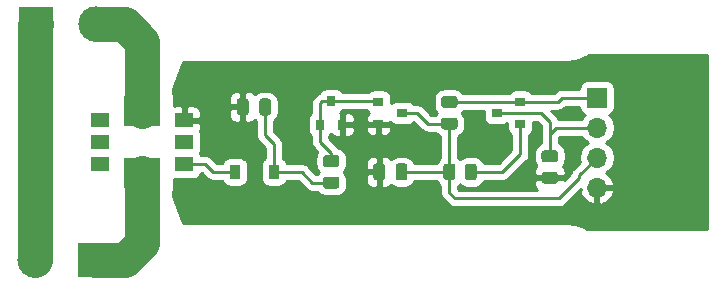
<source format=gbr>
%TF.GenerationSoftware,KiCad,Pcbnew,5.1.10-88a1d61d58~90~ubuntu21.04.1*%
%TF.CreationDate,2021-07-30T13:00:39+02:00*%
%TF.ProjectId,Detector_SMD_AD,44657465-6374-46f7-925f-534d445f4144,rev?*%
%TF.SameCoordinates,Original*%
%TF.FileFunction,Copper,L1,Top*%
%TF.FilePolarity,Positive*%
%FSLAX46Y46*%
G04 Gerber Fmt 4.6, Leading zero omitted, Abs format (unit mm)*
G04 Created by KiCad (PCBNEW 5.1.10-88a1d61d58~90~ubuntu21.04.1) date 2021-07-30 13:00:39*
%MOMM*%
%LPD*%
G01*
G04 APERTURE LIST*
%TA.AperFunction,SMDPad,CuDef*%
%ADD10R,0.900000X0.800000*%
%TD*%
%TA.AperFunction,SMDPad,CuDef*%
%ADD11R,0.800000X0.900000*%
%TD*%
%TA.AperFunction,ComponentPad*%
%ADD12O,1.700000X1.700000*%
%TD*%
%TA.AperFunction,ComponentPad*%
%ADD13R,1.700000X1.700000*%
%TD*%
%TA.AperFunction,ComponentPad*%
%ADD14C,3.000000*%
%TD*%
%TA.AperFunction,ComponentPad*%
%ADD15R,3.000000X3.000000*%
%TD*%
%TA.AperFunction,SMDPad,CuDef*%
%ADD16R,0.900000X1.200000*%
%TD*%
%TA.AperFunction,SMDPad,CuDef*%
%ADD17R,3.048000X2.540000*%
%TD*%
%TA.AperFunction,SMDPad,CuDef*%
%ADD18R,1.524000X1.270000*%
%TD*%
%TA.AperFunction,ViaPad*%
%ADD19C,0.800000*%
%TD*%
%TA.AperFunction,Conductor*%
%ADD20C,0.250000*%
%TD*%
%TA.AperFunction,Conductor*%
%ADD21C,3.000000*%
%TD*%
%TA.AperFunction,Conductor*%
%ADD22C,0.254000*%
%TD*%
%TA.AperFunction,Conductor*%
%ADD23C,0.100000*%
%TD*%
G04 APERTURE END LIST*
%TO.P,R4,2*%
%TO.N,/A_Out*%
%TA.AperFunction,SMDPad,CuDef*%
G36*
G01*
X87049998Y-47900000D02*
X87950002Y-47900000D01*
G75*
G02*
X88200000Y-48149998I0J-249998D01*
G01*
X88200000Y-48675002D01*
G75*
G02*
X87950002Y-48925000I-249998J0D01*
G01*
X87049998Y-48925000D01*
G75*
G02*
X86800000Y-48675002I0J249998D01*
G01*
X86800000Y-48149998D01*
G75*
G02*
X87049998Y-47900000I249998J0D01*
G01*
G37*
%TD.AperFunction*%
%TO.P,R4,1*%
%TO.N,+5V*%
%TA.AperFunction,SMDPad,CuDef*%
G36*
G01*
X87049998Y-46075000D02*
X87950002Y-46075000D01*
G75*
G02*
X88200000Y-46324998I0J-249998D01*
G01*
X88200000Y-46850002D01*
G75*
G02*
X87950002Y-47100000I-249998J0D01*
G01*
X87049998Y-47100000D01*
G75*
G02*
X86800000Y-46850002I0J249998D01*
G01*
X86800000Y-46324998D01*
G75*
G02*
X87049998Y-46075000I249998J0D01*
G01*
G37*
%TD.AperFunction*%
%TD*%
%TO.P,R3,2*%
%TO.N,GND*%
%TA.AperFunction,SMDPad,CuDef*%
G36*
G01*
X95549998Y-52487500D02*
X96450002Y-52487500D01*
G75*
G02*
X96700000Y-52737498I0J-249998D01*
G01*
X96700000Y-53262502D01*
G75*
G02*
X96450002Y-53512500I-249998J0D01*
G01*
X95549998Y-53512500D01*
G75*
G02*
X95300000Y-53262502I0J249998D01*
G01*
X95300000Y-52737498D01*
G75*
G02*
X95549998Y-52487500I249998J0D01*
G01*
G37*
%TD.AperFunction*%
%TO.P,R3,1*%
%TO.N,/D_Out*%
%TA.AperFunction,SMDPad,CuDef*%
G36*
G01*
X95549998Y-50662500D02*
X96450002Y-50662500D01*
G75*
G02*
X96700000Y-50912498I0J-249998D01*
G01*
X96700000Y-51437502D01*
G75*
G02*
X96450002Y-51687500I-249998J0D01*
G01*
X95549998Y-51687500D01*
G75*
G02*
X95300000Y-51437502I0J249998D01*
G01*
X95300000Y-50912498D01*
G75*
G02*
X95549998Y-50662500I249998J0D01*
G01*
G37*
%TD.AperFunction*%
%TD*%
%TO.P,R2,2*%
%TO.N,Net-(C1-Pad1)*%
%TA.AperFunction,SMDPad,CuDef*%
G36*
G01*
X77049998Y-52900000D02*
X77950002Y-52900000D01*
G75*
G02*
X78200000Y-53149998I0J-249998D01*
G01*
X78200000Y-53675002D01*
G75*
G02*
X77950002Y-53925000I-249998J0D01*
G01*
X77049998Y-53925000D01*
G75*
G02*
X76800000Y-53675002I0J249998D01*
G01*
X76800000Y-53149998D01*
G75*
G02*
X77049998Y-52900000I249998J0D01*
G01*
G37*
%TD.AperFunction*%
%TO.P,R2,1*%
%TO.N,Net-(Q2-Pad1)*%
%TA.AperFunction,SMDPad,CuDef*%
G36*
G01*
X77049998Y-51075000D02*
X77950002Y-51075000D01*
G75*
G02*
X78200000Y-51324998I0J-249998D01*
G01*
X78200000Y-51850002D01*
G75*
G02*
X77950002Y-52100000I-249998J0D01*
G01*
X77049998Y-52100000D01*
G75*
G02*
X76800000Y-51850002I0J249998D01*
G01*
X76800000Y-51324998D01*
G75*
G02*
X77049998Y-51075000I249998J0D01*
G01*
G37*
%TD.AperFunction*%
%TD*%
%TO.P,R1,2*%
%TO.N,/A_Out*%
%TA.AperFunction,SMDPad,CuDef*%
G36*
G01*
X88012500Y-52049998D02*
X88012500Y-52950002D01*
G75*
G02*
X87762502Y-53200000I-249998J0D01*
G01*
X87237498Y-53200000D01*
G75*
G02*
X86987500Y-52950002I0J249998D01*
G01*
X86987500Y-52049998D01*
G75*
G02*
X87237498Y-51800000I249998J0D01*
G01*
X87762502Y-51800000D01*
G75*
G02*
X88012500Y-52049998I0J-249998D01*
G01*
G37*
%TD.AperFunction*%
%TO.P,R1,1*%
%TO.N,Net-(Q1-Pad1)*%
%TA.AperFunction,SMDPad,CuDef*%
G36*
G01*
X89837500Y-52049998D02*
X89837500Y-52950002D01*
G75*
G02*
X89587502Y-53200000I-249998J0D01*
G01*
X89062498Y-53200000D01*
G75*
G02*
X88812500Y-52950002I0J249998D01*
G01*
X88812500Y-52049998D01*
G75*
G02*
X89062498Y-51800000I249998J0D01*
G01*
X89587502Y-51800000D01*
G75*
G02*
X89837500Y-52049998I0J-249998D01*
G01*
G37*
%TD.AperFunction*%
%TD*%
D10*
%TO.P,Q3,3*%
%TO.N,/A_Out*%
X83500000Y-47500000D03*
%TO.P,Q3,2*%
%TO.N,GND*%
X81500000Y-48450000D03*
%TO.P,Q3,1*%
%TO.N,Net-(Q2-Pad1)*%
X81500000Y-46550000D03*
%TD*%
D11*
%TO.P,Q2,3*%
%TO.N,Net-(Q2-Pad1)*%
X77500000Y-46500000D03*
%TO.P,Q2,2*%
%TO.N,GND*%
X78450000Y-48500000D03*
%TO.P,Q2,1*%
%TO.N,Net-(Q2-Pad1)*%
X76550000Y-48500000D03*
%TD*%
D10*
%TO.P,Q1,3*%
%TO.N,/D_Out*%
X91500000Y-47500000D03*
%TO.P,Q1,2*%
%TO.N,+5V*%
X93500000Y-46550000D03*
%TO.P,Q1,1*%
%TO.N,Net-(Q1-Pad1)*%
X93500000Y-48450000D03*
%TD*%
D12*
%TO.P,J3,4*%
%TO.N,GND*%
X100000000Y-53830000D03*
%TO.P,J3,3*%
%TO.N,/A_Out*%
X100000000Y-51290000D03*
%TO.P,J3,2*%
%TO.N,/D_Out*%
X100000000Y-48750000D03*
D13*
%TO.P,J3,1*%
%TO.N,+5V*%
X100000000Y-46210000D03*
%TD*%
%TO.P,C2,2*%
%TO.N,GND*%
%TA.AperFunction,SMDPad,CuDef*%
G36*
G01*
X82050000Y-52025000D02*
X82050000Y-52975000D01*
G75*
G02*
X81800000Y-53225000I-250000J0D01*
G01*
X81300000Y-53225000D01*
G75*
G02*
X81050000Y-52975000I0J250000D01*
G01*
X81050000Y-52025000D01*
G75*
G02*
X81300000Y-51775000I250000J0D01*
G01*
X81800000Y-51775000D01*
G75*
G02*
X82050000Y-52025000I0J-250000D01*
G01*
G37*
%TD.AperFunction*%
%TO.P,C2,1*%
%TO.N,/A_Out*%
%TA.AperFunction,SMDPad,CuDef*%
G36*
G01*
X83950000Y-52025000D02*
X83950000Y-52975000D01*
G75*
G02*
X83700000Y-53225000I-250000J0D01*
G01*
X83200000Y-53225000D01*
G75*
G02*
X82950000Y-52975000I0J250000D01*
G01*
X82950000Y-52025000D01*
G75*
G02*
X83200000Y-51775000I250000J0D01*
G01*
X83700000Y-51775000D01*
G75*
G02*
X83950000Y-52025000I0J-250000D01*
G01*
G37*
%TD.AperFunction*%
%TD*%
D14*
%TO.P,J2,2*%
%TO.N,/DCC_K_2*%
X57580000Y-40000000D03*
D15*
%TO.P,J2,1*%
%TO.N,/DCC_J*%
X52500000Y-40000000D03*
%TD*%
D14*
%TO.P,J1,2*%
%TO.N,/DCC_J*%
X52420000Y-60000000D03*
D15*
%TO.P,J1,1*%
%TO.N,/DCC_K_1*%
X57500000Y-60000000D03*
%TD*%
D16*
%TO.P,D1,2*%
%TO.N,Net-(CT1-Pad1)*%
X69350000Y-52500000D03*
%TO.P,D1,1*%
%TO.N,Net-(C1-Pad1)*%
X72650000Y-52500000D03*
%TD*%
D17*
%TO.P,CT1,8*%
%TO.N,/DCC_K_1*%
X61511199Y-52616200D03*
%TO.P,CT1,7*%
%TO.N,/DCC_K_2*%
X61511199Y-47383800D03*
D18*
%TO.P,CT1,6*%
%TO.N,N/C*%
X57955199Y-51854200D03*
%TO.P,CT1,5*%
X57955199Y-50000000D03*
%TO.P,CT1,4*%
X57955199Y-48145800D03*
%TO.P,CT1,3*%
%TO.N,GND*%
X65067199Y-48145800D03*
%TO.P,CT1,2*%
%TO.N,N/C*%
X65067199Y-50000000D03*
%TO.P,CT1,1*%
%TO.N,Net-(CT1-Pad1)*%
X65067199Y-51854200D03*
%TD*%
%TO.P,C1,2*%
%TO.N,GND*%
%TA.AperFunction,SMDPad,CuDef*%
G36*
G01*
X70500000Y-46525000D02*
X70500000Y-47475000D01*
G75*
G02*
X70250000Y-47725000I-250000J0D01*
G01*
X69750000Y-47725000D01*
G75*
G02*
X69500000Y-47475000I0J250000D01*
G01*
X69500000Y-46525000D01*
G75*
G02*
X69750000Y-46275000I250000J0D01*
G01*
X70250000Y-46275000D01*
G75*
G02*
X70500000Y-46525000I0J-250000D01*
G01*
G37*
%TD.AperFunction*%
%TO.P,C1,1*%
%TO.N,Net-(C1-Pad1)*%
%TA.AperFunction,SMDPad,CuDef*%
G36*
G01*
X72400000Y-46525000D02*
X72400000Y-47475000D01*
G75*
G02*
X72150000Y-47725000I-250000J0D01*
G01*
X71650000Y-47725000D01*
G75*
G02*
X71400000Y-47475000I0J250000D01*
G01*
X71400000Y-46525000D01*
G75*
G02*
X71650000Y-46275000I250000J0D01*
G01*
X72150000Y-46275000D01*
G75*
G02*
X72400000Y-46525000I0J-250000D01*
G01*
G37*
%TD.AperFunction*%
%TD*%
D19*
%TO.N,GND*%
X94000000Y-53000000D03*
X90000000Y-50000000D03*
X97790000Y-47625000D03*
%TD*%
D20*
%TO.N,Net-(C1-Pad1)*%
X71900000Y-47000000D02*
X71900000Y-49400000D01*
X72650000Y-50150000D02*
X72650000Y-52500000D01*
X71900000Y-49400000D02*
X72650000Y-50150000D01*
X75912500Y-53412500D02*
X77500000Y-53412500D01*
X75000000Y-52500000D02*
X75912500Y-53412500D01*
X72650000Y-52500000D02*
X75000000Y-52500000D01*
%TO.N,Net-(CT1-Pad1)*%
X65067199Y-51854200D02*
X66854200Y-51854200D01*
X67500000Y-52500000D02*
X69350000Y-52500000D01*
X66854200Y-51854200D02*
X67500000Y-52500000D01*
%TO.N,/A_Out*%
X83500000Y-47500000D02*
X84750000Y-47500000D01*
X85662500Y-48412500D02*
X87500000Y-48412500D01*
X84750000Y-47500000D02*
X85662500Y-48412500D01*
X87500000Y-48412500D02*
X87500000Y-52500000D01*
X87500000Y-52500000D02*
X83450000Y-52500000D01*
X87500000Y-54250000D02*
X87500000Y-52500000D01*
X88000000Y-54750000D02*
X87500000Y-54250000D01*
X98500000Y-53000000D02*
X96750000Y-54750000D01*
X98500000Y-52790000D02*
X98500000Y-53000000D01*
X96750000Y-54750000D02*
X88000000Y-54750000D01*
X100000000Y-51290000D02*
X98500000Y-52790000D01*
X100000000Y-51205000D02*
X100000000Y-51290000D01*
%TO.N,/D_Out*%
X91500000Y-47500000D02*
X95250000Y-47500000D01*
X95250000Y-47500000D02*
X96000000Y-48250000D01*
X96000000Y-49250000D02*
X96000000Y-51175000D01*
X96000000Y-48250000D02*
X96000000Y-49250000D01*
X96500000Y-48750000D02*
X96000000Y-49250000D01*
X99915000Y-48750000D02*
X96500000Y-48750000D01*
X100000000Y-48665000D02*
X99915000Y-48750000D01*
%TO.N,+5V*%
X93462500Y-46587500D02*
X93500000Y-46550000D01*
X87500000Y-46587500D02*
X93462500Y-46587500D01*
X99915000Y-46210000D02*
X100000000Y-46125000D01*
X97040000Y-46210000D02*
X99915000Y-46210000D01*
X96700000Y-46550000D02*
X97040000Y-46210000D01*
X93500000Y-46550000D02*
X96700000Y-46550000D01*
%TO.N,Net-(Q1-Pad1)*%
X89325000Y-52500000D02*
X92000000Y-52500000D01*
X93500000Y-51000000D02*
X93500000Y-48450000D01*
X92000000Y-52500000D02*
X93500000Y-51000000D01*
%TO.N,Net-(Q2-Pad1)*%
X77500000Y-50900000D02*
X77500000Y-51587500D01*
X76550000Y-49950000D02*
X77500000Y-50900000D01*
X76550000Y-48500000D02*
X76550000Y-49950000D01*
X76550000Y-48500000D02*
X76550000Y-46700000D01*
X76750000Y-46500000D02*
X77500000Y-46500000D01*
X76550000Y-46700000D02*
X76750000Y-46500000D01*
X81450000Y-46500000D02*
X81500000Y-46550000D01*
X77500000Y-46500000D02*
X81450000Y-46500000D01*
D21*
%TO.N,/DCC_K_1*%
X61511199Y-52616200D02*
X61511199Y-58488801D01*
X60000000Y-60000000D02*
X57500000Y-60000000D01*
X61511199Y-58488801D02*
X60000000Y-60000000D01*
%TO.N,/DCC_K_2*%
X61511199Y-47383800D02*
X61511199Y-41511199D01*
X60000000Y-40000000D02*
X57580000Y-40000000D01*
X61511199Y-41511199D02*
X60000000Y-40000000D01*
%TO.N,/DCC_J*%
X52420000Y-40080000D02*
X52500000Y-40000000D01*
X52420000Y-60000000D02*
X52420000Y-40080000D01*
%TD*%
D22*
%TO.N,GND*%
X109340000Y-57373000D02*
X99250603Y-57373000D01*
X99201437Y-57339334D01*
X99193331Y-57334952D01*
X98762527Y-57105890D01*
X98707233Y-57083099D01*
X98652240Y-57059529D01*
X98643437Y-57056804D01*
X98176347Y-56915781D01*
X98117653Y-56904159D01*
X98059156Y-56891725D01*
X98049991Y-56890762D01*
X97564405Y-56843150D01*
X97564402Y-56843150D01*
X97532419Y-56840000D01*
X65032419Y-56840000D01*
X65000000Y-56836807D01*
X64967581Y-56840000D01*
X64915578Y-56845122D01*
X64138199Y-54512986D01*
X64138199Y-54132491D01*
X64145892Y-54107131D01*
X64167652Y-53886200D01*
X64167652Y-53111049D01*
X64180717Y-53115012D01*
X64305199Y-53127272D01*
X65829199Y-53127272D01*
X65953681Y-53115012D01*
X66073379Y-53078702D01*
X66183693Y-53019737D01*
X66280384Y-52940385D01*
X66359736Y-52843694D01*
X66418701Y-52733380D01*
X66454854Y-52614200D01*
X66539399Y-52614200D01*
X66936200Y-53011002D01*
X66959999Y-53040001D01*
X66988997Y-53063799D01*
X67075723Y-53134974D01*
X67207753Y-53205546D01*
X67351014Y-53249003D01*
X67462667Y-53260000D01*
X67462676Y-53260000D01*
X67499999Y-53263676D01*
X67537322Y-53260000D01*
X68284962Y-53260000D01*
X68310498Y-53344180D01*
X68369463Y-53454494D01*
X68448815Y-53551185D01*
X68545506Y-53630537D01*
X68655820Y-53689502D01*
X68775518Y-53725812D01*
X68900000Y-53738072D01*
X69800000Y-53738072D01*
X69924482Y-53725812D01*
X70044180Y-53689502D01*
X70154494Y-53630537D01*
X70251185Y-53551185D01*
X70330537Y-53454494D01*
X70389502Y-53344180D01*
X70425812Y-53224482D01*
X70438072Y-53100000D01*
X70438072Y-51900000D01*
X70425812Y-51775518D01*
X70389502Y-51655820D01*
X70330537Y-51545506D01*
X70251185Y-51448815D01*
X70154494Y-51369463D01*
X70044180Y-51310498D01*
X69924482Y-51274188D01*
X69800000Y-51261928D01*
X68900000Y-51261928D01*
X68775518Y-51274188D01*
X68655820Y-51310498D01*
X68545506Y-51369463D01*
X68448815Y-51448815D01*
X68369463Y-51545506D01*
X68310498Y-51655820D01*
X68284962Y-51740000D01*
X67814802Y-51740000D01*
X67418003Y-51343202D01*
X67394201Y-51314199D01*
X67278476Y-51219226D01*
X67146447Y-51148654D01*
X67003186Y-51105197D01*
X66891533Y-51094200D01*
X66891522Y-51094200D01*
X66854200Y-51090524D01*
X66816878Y-51094200D01*
X66454854Y-51094200D01*
X66418701Y-50975020D01*
X66393087Y-50927100D01*
X66418701Y-50879180D01*
X66455011Y-50759482D01*
X66467271Y-50635000D01*
X66467271Y-49365000D01*
X66455011Y-49240518D01*
X66418701Y-49120820D01*
X66393087Y-49072900D01*
X66418701Y-49024980D01*
X66455011Y-48905282D01*
X66467271Y-48780800D01*
X66464199Y-48431550D01*
X66305449Y-48272800D01*
X65194199Y-48272800D01*
X65194199Y-48292800D01*
X64940199Y-48292800D01*
X64940199Y-48272800D01*
X64920199Y-48272800D01*
X64920199Y-48018800D01*
X64940199Y-48018800D01*
X64940199Y-47034550D01*
X65194199Y-47034550D01*
X65194199Y-48018800D01*
X66305449Y-48018800D01*
X66464199Y-47860050D01*
X66465386Y-47725000D01*
X68861928Y-47725000D01*
X68874188Y-47849482D01*
X68910498Y-47969180D01*
X68969463Y-48079494D01*
X69048815Y-48176185D01*
X69145506Y-48255537D01*
X69255820Y-48314502D01*
X69375518Y-48350812D01*
X69500000Y-48363072D01*
X69714250Y-48360000D01*
X69873000Y-48201250D01*
X69873000Y-47127000D01*
X69023750Y-47127000D01*
X68865000Y-47285750D01*
X68861928Y-47725000D01*
X66465386Y-47725000D01*
X66467271Y-47510800D01*
X66455011Y-47386318D01*
X66418701Y-47266620D01*
X66359736Y-47156306D01*
X66280384Y-47059615D01*
X66183693Y-46980263D01*
X66073379Y-46921298D01*
X65953681Y-46884988D01*
X65829199Y-46872728D01*
X65352949Y-46875800D01*
X65194199Y-47034550D01*
X64940199Y-47034550D01*
X64781449Y-46875800D01*
X64305199Y-46872728D01*
X64180717Y-46884988D01*
X64167652Y-46888951D01*
X64167652Y-46275000D01*
X68861928Y-46275000D01*
X68865000Y-46714250D01*
X69023750Y-46873000D01*
X69873000Y-46873000D01*
X69873000Y-45798750D01*
X70127000Y-45798750D01*
X70127000Y-46873000D01*
X70147000Y-46873000D01*
X70147000Y-47127000D01*
X70127000Y-47127000D01*
X70127000Y-48201250D01*
X70285750Y-48360000D01*
X70500000Y-48363072D01*
X70624482Y-48350812D01*
X70744180Y-48314502D01*
X70854494Y-48255537D01*
X70951185Y-48176185D01*
X71016658Y-48096406D01*
X71022038Y-48102962D01*
X71140000Y-48199771D01*
X71140001Y-49362668D01*
X71136324Y-49400000D01*
X71140001Y-49437333D01*
X71150998Y-49548986D01*
X71159993Y-49578639D01*
X71194454Y-49692246D01*
X71265026Y-49824276D01*
X71330024Y-49903475D01*
X71360000Y-49940001D01*
X71388998Y-49963799D01*
X71890000Y-50464802D01*
X71890001Y-51345680D01*
X71845506Y-51369463D01*
X71748815Y-51448815D01*
X71669463Y-51545506D01*
X71610498Y-51655820D01*
X71574188Y-51775518D01*
X71561928Y-51900000D01*
X71561928Y-53100000D01*
X71574188Y-53224482D01*
X71610498Y-53344180D01*
X71669463Y-53454494D01*
X71748815Y-53551185D01*
X71845506Y-53630537D01*
X71955820Y-53689502D01*
X72075518Y-53725812D01*
X72200000Y-53738072D01*
X73100000Y-53738072D01*
X73224482Y-53725812D01*
X73344180Y-53689502D01*
X73454494Y-53630537D01*
X73551185Y-53551185D01*
X73630537Y-53454494D01*
X73689502Y-53344180D01*
X73715038Y-53260000D01*
X74685199Y-53260000D01*
X75348701Y-53923503D01*
X75372499Y-53952501D01*
X75401497Y-53976299D01*
X75488223Y-54047474D01*
X75590237Y-54102002D01*
X75620253Y-54118046D01*
X75763514Y-54161503D01*
X75875167Y-54172500D01*
X75875177Y-54172500D01*
X75912500Y-54176176D01*
X75949823Y-54172500D01*
X76314970Y-54172500D01*
X76422038Y-54302962D01*
X76556613Y-54413405D01*
X76710148Y-54495472D01*
X76876744Y-54546008D01*
X77049998Y-54563072D01*
X77950002Y-54563072D01*
X78123256Y-54546008D01*
X78289852Y-54495472D01*
X78443387Y-54413405D01*
X78577962Y-54302962D01*
X78688405Y-54168387D01*
X78770472Y-54014852D01*
X78821008Y-53848256D01*
X78838072Y-53675002D01*
X78838072Y-53225000D01*
X80411928Y-53225000D01*
X80424188Y-53349482D01*
X80460498Y-53469180D01*
X80519463Y-53579494D01*
X80598815Y-53676185D01*
X80695506Y-53755537D01*
X80805820Y-53814502D01*
X80925518Y-53850812D01*
X81050000Y-53863072D01*
X81264250Y-53860000D01*
X81423000Y-53701250D01*
X81423000Y-52627000D01*
X80573750Y-52627000D01*
X80415000Y-52785750D01*
X80411928Y-53225000D01*
X78838072Y-53225000D01*
X78838072Y-53149998D01*
X78821008Y-52976744D01*
X78770472Y-52810148D01*
X78688405Y-52656613D01*
X78577962Y-52522038D01*
X78551109Y-52500000D01*
X78577962Y-52477962D01*
X78688405Y-52343387D01*
X78770472Y-52189852D01*
X78821008Y-52023256D01*
X78838072Y-51850002D01*
X78838072Y-51775000D01*
X80411928Y-51775000D01*
X80415000Y-52214250D01*
X80573750Y-52373000D01*
X81423000Y-52373000D01*
X81423000Y-51298750D01*
X81264250Y-51140000D01*
X81050000Y-51136928D01*
X80925518Y-51149188D01*
X80805820Y-51185498D01*
X80695506Y-51244463D01*
X80598815Y-51323815D01*
X80519463Y-51420506D01*
X80460498Y-51530820D01*
X80424188Y-51650518D01*
X80411928Y-51775000D01*
X78838072Y-51775000D01*
X78838072Y-51324998D01*
X78821008Y-51151744D01*
X78770472Y-50985148D01*
X78688405Y-50831613D01*
X78577962Y-50697038D01*
X78443387Y-50586595D01*
X78289852Y-50504528D01*
X78123256Y-50453992D01*
X78116602Y-50453337D01*
X78063799Y-50388997D01*
X78040001Y-50359999D01*
X78011004Y-50336202D01*
X77310000Y-49635199D01*
X77310000Y-49476018D01*
X77401185Y-49401185D01*
X77480537Y-49304494D01*
X77500000Y-49268082D01*
X77519463Y-49304494D01*
X77598815Y-49401185D01*
X77695506Y-49480537D01*
X77805820Y-49539502D01*
X77925518Y-49575812D01*
X78050000Y-49588072D01*
X78164250Y-49585000D01*
X78323000Y-49426250D01*
X78323000Y-48627000D01*
X78577000Y-48627000D01*
X78577000Y-49426250D01*
X78735750Y-49585000D01*
X78850000Y-49588072D01*
X78974482Y-49575812D01*
X79094180Y-49539502D01*
X79204494Y-49480537D01*
X79301185Y-49401185D01*
X79380537Y-49304494D01*
X79439502Y-49194180D01*
X79475812Y-49074482D01*
X79488072Y-48950000D01*
X79486202Y-48850000D01*
X80411928Y-48850000D01*
X80424188Y-48974482D01*
X80460498Y-49094180D01*
X80519463Y-49204494D01*
X80598815Y-49301185D01*
X80695506Y-49380537D01*
X80805820Y-49439502D01*
X80925518Y-49475812D01*
X81050000Y-49488072D01*
X81214250Y-49485000D01*
X81373000Y-49326250D01*
X81373000Y-48577000D01*
X81627000Y-48577000D01*
X81627000Y-49326250D01*
X81785750Y-49485000D01*
X81950000Y-49488072D01*
X82074482Y-49475812D01*
X82194180Y-49439502D01*
X82304494Y-49380537D01*
X82401185Y-49301185D01*
X82480537Y-49204494D01*
X82539502Y-49094180D01*
X82575812Y-48974482D01*
X82588072Y-48850000D01*
X82585000Y-48735750D01*
X82426250Y-48577000D01*
X81627000Y-48577000D01*
X81373000Y-48577000D01*
X80573750Y-48577000D01*
X80415000Y-48735750D01*
X80411928Y-48850000D01*
X79486202Y-48850000D01*
X79485000Y-48785750D01*
X79326250Y-48627000D01*
X78577000Y-48627000D01*
X78323000Y-48627000D01*
X78303000Y-48627000D01*
X78303000Y-48373000D01*
X78323000Y-48373000D01*
X78323000Y-47573750D01*
X78577000Y-47573750D01*
X78577000Y-48373000D01*
X79326250Y-48373000D01*
X79485000Y-48214250D01*
X79488072Y-48050000D01*
X79475812Y-47925518D01*
X79439502Y-47805820D01*
X79380537Y-47695506D01*
X79301185Y-47598815D01*
X79204494Y-47519463D01*
X79094180Y-47460498D01*
X78974482Y-47424188D01*
X78850000Y-47411928D01*
X78735750Y-47415000D01*
X78577000Y-47573750D01*
X78323000Y-47573750D01*
X78238393Y-47489143D01*
X78254494Y-47480537D01*
X78351185Y-47401185D01*
X78430537Y-47304494D01*
X78454320Y-47260000D01*
X80495680Y-47260000D01*
X80519463Y-47304494D01*
X80598815Y-47401185D01*
X80695506Y-47480537D01*
X80731918Y-47500000D01*
X80695506Y-47519463D01*
X80598815Y-47598815D01*
X80519463Y-47695506D01*
X80460498Y-47805820D01*
X80424188Y-47925518D01*
X80411928Y-48050000D01*
X80415000Y-48164250D01*
X80573750Y-48323000D01*
X81373000Y-48323000D01*
X81373000Y-48303000D01*
X81627000Y-48303000D01*
X81627000Y-48323000D01*
X82426250Y-48323000D01*
X82510857Y-48238393D01*
X82519463Y-48254494D01*
X82598815Y-48351185D01*
X82695506Y-48430537D01*
X82805820Y-48489502D01*
X82925518Y-48525812D01*
X83050000Y-48538072D01*
X83950000Y-48538072D01*
X84074482Y-48525812D01*
X84194180Y-48489502D01*
X84304494Y-48430537D01*
X84401185Y-48351185D01*
X84457619Y-48282420D01*
X85098701Y-48923503D01*
X85122499Y-48952501D01*
X85151497Y-48976299D01*
X85238223Y-49047474D01*
X85350998Y-49107754D01*
X85370253Y-49118046D01*
X85513514Y-49161503D01*
X85625167Y-49172500D01*
X85625177Y-49172500D01*
X85662500Y-49176176D01*
X85699823Y-49172500D01*
X86314970Y-49172500D01*
X86422038Y-49302962D01*
X86556613Y-49413405D01*
X86710148Y-49495472D01*
X86740000Y-49504528D01*
X86740001Y-51314970D01*
X86609538Y-51422038D01*
X86499095Y-51556613D01*
X86417028Y-51710148D01*
X86407973Y-51740000D01*
X84537110Y-51740000D01*
X84520472Y-51685150D01*
X84438405Y-51531614D01*
X84327962Y-51397038D01*
X84193386Y-51286595D01*
X84039850Y-51204528D01*
X83873254Y-51153992D01*
X83700000Y-51136928D01*
X83200000Y-51136928D01*
X83026746Y-51153992D01*
X82860150Y-51204528D01*
X82706614Y-51286595D01*
X82572038Y-51397038D01*
X82566658Y-51403594D01*
X82501185Y-51323815D01*
X82404494Y-51244463D01*
X82294180Y-51185498D01*
X82174482Y-51149188D01*
X82050000Y-51136928D01*
X81835750Y-51140000D01*
X81677000Y-51298750D01*
X81677000Y-52373000D01*
X81697000Y-52373000D01*
X81697000Y-52627000D01*
X81677000Y-52627000D01*
X81677000Y-53701250D01*
X81835750Y-53860000D01*
X82050000Y-53863072D01*
X82174482Y-53850812D01*
X82294180Y-53814502D01*
X82404494Y-53755537D01*
X82501185Y-53676185D01*
X82566658Y-53596406D01*
X82572038Y-53602962D01*
X82706614Y-53713405D01*
X82860150Y-53795472D01*
X83026746Y-53846008D01*
X83200000Y-53863072D01*
X83700000Y-53863072D01*
X83873254Y-53846008D01*
X84039850Y-53795472D01*
X84193386Y-53713405D01*
X84327962Y-53602962D01*
X84438405Y-53468386D01*
X84520472Y-53314850D01*
X84537110Y-53260000D01*
X86407973Y-53260000D01*
X86417028Y-53289852D01*
X86499095Y-53443387D01*
X86609538Y-53577962D01*
X86740000Y-53685030D01*
X86740000Y-54212677D01*
X86736324Y-54250000D01*
X86740000Y-54287322D01*
X86740000Y-54287332D01*
X86750997Y-54398985D01*
X86794454Y-54542246D01*
X86865026Y-54674276D01*
X86875440Y-54686965D01*
X86959999Y-54790001D01*
X86989003Y-54813804D01*
X87436196Y-55260997D01*
X87459999Y-55290001D01*
X87575724Y-55384974D01*
X87707753Y-55455546D01*
X87851014Y-55499003D01*
X87962667Y-55510000D01*
X87962675Y-55510000D01*
X88000000Y-55513676D01*
X88037325Y-55510000D01*
X96712678Y-55510000D01*
X96750000Y-55513676D01*
X96787322Y-55510000D01*
X96787333Y-55510000D01*
X96898986Y-55499003D01*
X97042247Y-55455546D01*
X97174276Y-55384974D01*
X97290001Y-55290001D01*
X97313804Y-55260997D01*
X98617800Y-53957002D01*
X98679844Y-53957002D01*
X98558524Y-54186890D01*
X98603175Y-54334099D01*
X98728359Y-54596920D01*
X98902412Y-54830269D01*
X99118645Y-55025178D01*
X99368748Y-55174157D01*
X99643109Y-55271481D01*
X99873000Y-55150814D01*
X99873000Y-53957000D01*
X100127000Y-53957000D01*
X100127000Y-55150814D01*
X100356891Y-55271481D01*
X100631252Y-55174157D01*
X100881355Y-55025178D01*
X101097588Y-54830269D01*
X101271641Y-54596920D01*
X101396825Y-54334099D01*
X101441476Y-54186890D01*
X101320155Y-53957000D01*
X100127000Y-53957000D01*
X99873000Y-53957000D01*
X99853000Y-53957000D01*
X99853000Y-53703000D01*
X99873000Y-53703000D01*
X99873000Y-53683000D01*
X100127000Y-53683000D01*
X100127000Y-53703000D01*
X101320155Y-53703000D01*
X101441476Y-53473110D01*
X101396825Y-53325901D01*
X101271641Y-53063080D01*
X101097588Y-52829731D01*
X100881355Y-52634822D01*
X100764466Y-52565195D01*
X100946632Y-52443475D01*
X101153475Y-52236632D01*
X101315990Y-51993411D01*
X101427932Y-51723158D01*
X101485000Y-51436260D01*
X101485000Y-51143740D01*
X101427932Y-50856842D01*
X101315990Y-50586589D01*
X101153475Y-50343368D01*
X100946632Y-50136525D01*
X100772240Y-50020000D01*
X100946632Y-49903475D01*
X101153475Y-49696632D01*
X101315990Y-49453411D01*
X101427932Y-49183158D01*
X101485000Y-48896260D01*
X101485000Y-48603740D01*
X101427932Y-48316842D01*
X101315990Y-48046589D01*
X101153475Y-47803368D01*
X101021620Y-47671513D01*
X101094180Y-47649502D01*
X101204494Y-47590537D01*
X101301185Y-47511185D01*
X101380537Y-47414494D01*
X101439502Y-47304180D01*
X101475812Y-47184482D01*
X101488072Y-47060000D01*
X101488072Y-45360000D01*
X101475812Y-45235518D01*
X101439502Y-45115820D01*
X101380537Y-45005506D01*
X101301185Y-44908815D01*
X101204494Y-44829463D01*
X101094180Y-44770498D01*
X100974482Y-44734188D01*
X100850000Y-44721928D01*
X99150000Y-44721928D01*
X99025518Y-44734188D01*
X98905820Y-44770498D01*
X98795506Y-44829463D01*
X98698815Y-44908815D01*
X98619463Y-45005506D01*
X98560498Y-45115820D01*
X98524188Y-45235518D01*
X98511928Y-45360000D01*
X98511928Y-45450000D01*
X97077333Y-45450000D01*
X97040000Y-45446323D01*
X97002667Y-45450000D01*
X96891014Y-45460997D01*
X96747753Y-45504454D01*
X96615724Y-45575026D01*
X96499999Y-45669999D01*
X96476196Y-45699003D01*
X96385199Y-45790000D01*
X94476018Y-45790000D01*
X94401185Y-45698815D01*
X94304494Y-45619463D01*
X94194180Y-45560498D01*
X94074482Y-45524188D01*
X93950000Y-45511928D01*
X93050000Y-45511928D01*
X92925518Y-45524188D01*
X92805820Y-45560498D01*
X92695506Y-45619463D01*
X92598815Y-45698815D01*
X92519463Y-45795506D01*
X92502362Y-45827500D01*
X88685030Y-45827500D01*
X88577962Y-45697038D01*
X88443387Y-45586595D01*
X88289852Y-45504528D01*
X88123256Y-45453992D01*
X87950002Y-45436928D01*
X87049998Y-45436928D01*
X86876744Y-45453992D01*
X86710148Y-45504528D01*
X86556613Y-45586595D01*
X86422038Y-45697038D01*
X86311595Y-45831613D01*
X86229528Y-45985148D01*
X86178992Y-46151744D01*
X86161928Y-46324998D01*
X86161928Y-46850002D01*
X86178992Y-47023256D01*
X86229528Y-47189852D01*
X86311595Y-47343387D01*
X86422038Y-47477962D01*
X86448891Y-47500000D01*
X86422038Y-47522038D01*
X86314970Y-47652500D01*
X85977302Y-47652500D01*
X85313803Y-46989002D01*
X85290001Y-46959999D01*
X85174276Y-46865026D01*
X85042247Y-46794454D01*
X84898986Y-46750997D01*
X84787333Y-46740000D01*
X84787322Y-46740000D01*
X84750000Y-46736324D01*
X84712678Y-46740000D01*
X84476018Y-46740000D01*
X84401185Y-46648815D01*
X84304494Y-46569463D01*
X84194180Y-46510498D01*
X84074482Y-46474188D01*
X83950000Y-46461928D01*
X83050000Y-46461928D01*
X82925518Y-46474188D01*
X82805820Y-46510498D01*
X82695506Y-46569463D01*
X82598815Y-46648815D01*
X82588072Y-46661905D01*
X82588072Y-46150000D01*
X82575812Y-46025518D01*
X82539502Y-45905820D01*
X82480537Y-45795506D01*
X82401185Y-45698815D01*
X82304494Y-45619463D01*
X82194180Y-45560498D01*
X82074482Y-45524188D01*
X81950000Y-45511928D01*
X81050000Y-45511928D01*
X80925518Y-45524188D01*
X80805820Y-45560498D01*
X80695506Y-45619463D01*
X80598815Y-45698815D01*
X80565015Y-45740000D01*
X78454320Y-45740000D01*
X78430537Y-45695506D01*
X78351185Y-45598815D01*
X78254494Y-45519463D01*
X78144180Y-45460498D01*
X78024482Y-45424188D01*
X77900000Y-45411928D01*
X77100000Y-45411928D01*
X76975518Y-45424188D01*
X76855820Y-45460498D01*
X76745506Y-45519463D01*
X76648815Y-45598815D01*
X76569463Y-45695506D01*
X76527956Y-45773158D01*
X76457753Y-45794454D01*
X76325724Y-45865026D01*
X76209999Y-45959999D01*
X76186196Y-45989003D01*
X76038998Y-46136201D01*
X76010000Y-46159999D01*
X75986202Y-46188997D01*
X75986201Y-46188998D01*
X75915026Y-46275724D01*
X75844454Y-46407754D01*
X75816473Y-46500000D01*
X75800998Y-46551014D01*
X75790001Y-46662667D01*
X75786324Y-46700000D01*
X75790001Y-46737332D01*
X75790001Y-47523981D01*
X75698815Y-47598815D01*
X75619463Y-47695506D01*
X75560498Y-47805820D01*
X75524188Y-47925518D01*
X75511928Y-48050000D01*
X75511928Y-48950000D01*
X75524188Y-49074482D01*
X75560498Y-49194180D01*
X75619463Y-49304494D01*
X75698815Y-49401185D01*
X75790001Y-49476019D01*
X75790001Y-49912668D01*
X75786324Y-49950000D01*
X75790001Y-49987333D01*
X75800998Y-50098986D01*
X75812324Y-50136323D01*
X75844454Y-50242246D01*
X75915026Y-50374276D01*
X75985379Y-50460000D01*
X76010000Y-50490001D01*
X76038998Y-50513799D01*
X76331977Y-50806778D01*
X76311595Y-50831613D01*
X76229528Y-50985148D01*
X76178992Y-51151744D01*
X76161928Y-51324998D01*
X76161928Y-51850002D01*
X76178992Y-52023256D01*
X76229528Y-52189852D01*
X76311595Y-52343387D01*
X76422038Y-52477962D01*
X76448891Y-52500000D01*
X76422038Y-52522038D01*
X76314970Y-52652500D01*
X76227302Y-52652500D01*
X75563803Y-51989002D01*
X75540001Y-51959999D01*
X75424276Y-51865026D01*
X75292247Y-51794454D01*
X75148986Y-51750997D01*
X75037333Y-51740000D01*
X75037322Y-51740000D01*
X75000000Y-51736324D01*
X74962678Y-51740000D01*
X73715038Y-51740000D01*
X73689502Y-51655820D01*
X73630537Y-51545506D01*
X73551185Y-51448815D01*
X73454494Y-51369463D01*
X73410000Y-51345680D01*
X73410000Y-50187322D01*
X73413676Y-50149999D01*
X73410000Y-50112676D01*
X73410000Y-50112667D01*
X73399003Y-50001014D01*
X73355546Y-49857753D01*
X73284974Y-49725724D01*
X73190001Y-49609999D01*
X73161004Y-49586202D01*
X72660000Y-49085199D01*
X72660000Y-48199770D01*
X72777962Y-48102962D01*
X72888405Y-47968386D01*
X72970472Y-47814850D01*
X73021008Y-47648254D01*
X73038072Y-47475000D01*
X73038072Y-46525000D01*
X73021008Y-46351746D01*
X72970472Y-46185150D01*
X72888405Y-46031614D01*
X72777962Y-45897038D01*
X72643386Y-45786595D01*
X72489850Y-45704528D01*
X72323254Y-45653992D01*
X72150000Y-45636928D01*
X71650000Y-45636928D01*
X71476746Y-45653992D01*
X71310150Y-45704528D01*
X71156614Y-45786595D01*
X71022038Y-45897038D01*
X71016658Y-45903594D01*
X70951185Y-45823815D01*
X70854494Y-45744463D01*
X70744180Y-45685498D01*
X70624482Y-45649188D01*
X70500000Y-45636928D01*
X70285750Y-45640000D01*
X70127000Y-45798750D01*
X69873000Y-45798750D01*
X69714250Y-45640000D01*
X69500000Y-45636928D01*
X69375518Y-45649188D01*
X69255820Y-45685498D01*
X69145506Y-45744463D01*
X69048815Y-45823815D01*
X68969463Y-45920506D01*
X68910498Y-46030820D01*
X68874188Y-46150518D01*
X68861928Y-46275000D01*
X64167652Y-46275000D01*
X64167652Y-46113800D01*
X64145892Y-45892869D01*
X64138199Y-45867509D01*
X64138199Y-45487014D01*
X64915578Y-43154878D01*
X65000000Y-43163193D01*
X65032419Y-43160000D01*
X97532419Y-43160000D01*
X97561718Y-43157114D01*
X97577271Y-43157223D01*
X97586442Y-43156323D01*
X98071684Y-43105322D01*
X98130247Y-43093301D01*
X98189040Y-43082086D01*
X98197862Y-43079422D01*
X98663956Y-42935142D01*
X98719086Y-42911967D01*
X98774565Y-42889553D01*
X98782701Y-42885226D01*
X99211894Y-42653162D01*
X99250681Y-42627000D01*
X109340001Y-42627000D01*
X109340000Y-57373000D01*
%TA.AperFunction,Conductor*%
D23*
G36*
X109340000Y-57373000D02*
G01*
X99250603Y-57373000D01*
X99201437Y-57339334D01*
X99193331Y-57334952D01*
X98762527Y-57105890D01*
X98707233Y-57083099D01*
X98652240Y-57059529D01*
X98643437Y-57056804D01*
X98176347Y-56915781D01*
X98117653Y-56904159D01*
X98059156Y-56891725D01*
X98049991Y-56890762D01*
X97564405Y-56843150D01*
X97564402Y-56843150D01*
X97532419Y-56840000D01*
X65032419Y-56840000D01*
X65000000Y-56836807D01*
X64967581Y-56840000D01*
X64915578Y-56845122D01*
X64138199Y-54512986D01*
X64138199Y-54132491D01*
X64145892Y-54107131D01*
X64167652Y-53886200D01*
X64167652Y-53111049D01*
X64180717Y-53115012D01*
X64305199Y-53127272D01*
X65829199Y-53127272D01*
X65953681Y-53115012D01*
X66073379Y-53078702D01*
X66183693Y-53019737D01*
X66280384Y-52940385D01*
X66359736Y-52843694D01*
X66418701Y-52733380D01*
X66454854Y-52614200D01*
X66539399Y-52614200D01*
X66936200Y-53011002D01*
X66959999Y-53040001D01*
X66988997Y-53063799D01*
X67075723Y-53134974D01*
X67207753Y-53205546D01*
X67351014Y-53249003D01*
X67462667Y-53260000D01*
X67462676Y-53260000D01*
X67499999Y-53263676D01*
X67537322Y-53260000D01*
X68284962Y-53260000D01*
X68310498Y-53344180D01*
X68369463Y-53454494D01*
X68448815Y-53551185D01*
X68545506Y-53630537D01*
X68655820Y-53689502D01*
X68775518Y-53725812D01*
X68900000Y-53738072D01*
X69800000Y-53738072D01*
X69924482Y-53725812D01*
X70044180Y-53689502D01*
X70154494Y-53630537D01*
X70251185Y-53551185D01*
X70330537Y-53454494D01*
X70389502Y-53344180D01*
X70425812Y-53224482D01*
X70438072Y-53100000D01*
X70438072Y-51900000D01*
X70425812Y-51775518D01*
X70389502Y-51655820D01*
X70330537Y-51545506D01*
X70251185Y-51448815D01*
X70154494Y-51369463D01*
X70044180Y-51310498D01*
X69924482Y-51274188D01*
X69800000Y-51261928D01*
X68900000Y-51261928D01*
X68775518Y-51274188D01*
X68655820Y-51310498D01*
X68545506Y-51369463D01*
X68448815Y-51448815D01*
X68369463Y-51545506D01*
X68310498Y-51655820D01*
X68284962Y-51740000D01*
X67814802Y-51740000D01*
X67418003Y-51343202D01*
X67394201Y-51314199D01*
X67278476Y-51219226D01*
X67146447Y-51148654D01*
X67003186Y-51105197D01*
X66891533Y-51094200D01*
X66891522Y-51094200D01*
X66854200Y-51090524D01*
X66816878Y-51094200D01*
X66454854Y-51094200D01*
X66418701Y-50975020D01*
X66393087Y-50927100D01*
X66418701Y-50879180D01*
X66455011Y-50759482D01*
X66467271Y-50635000D01*
X66467271Y-49365000D01*
X66455011Y-49240518D01*
X66418701Y-49120820D01*
X66393087Y-49072900D01*
X66418701Y-49024980D01*
X66455011Y-48905282D01*
X66467271Y-48780800D01*
X66464199Y-48431550D01*
X66305449Y-48272800D01*
X65194199Y-48272800D01*
X65194199Y-48292800D01*
X64940199Y-48292800D01*
X64940199Y-48272800D01*
X64920199Y-48272800D01*
X64920199Y-48018800D01*
X64940199Y-48018800D01*
X64940199Y-47034550D01*
X65194199Y-47034550D01*
X65194199Y-48018800D01*
X66305449Y-48018800D01*
X66464199Y-47860050D01*
X66465386Y-47725000D01*
X68861928Y-47725000D01*
X68874188Y-47849482D01*
X68910498Y-47969180D01*
X68969463Y-48079494D01*
X69048815Y-48176185D01*
X69145506Y-48255537D01*
X69255820Y-48314502D01*
X69375518Y-48350812D01*
X69500000Y-48363072D01*
X69714250Y-48360000D01*
X69873000Y-48201250D01*
X69873000Y-47127000D01*
X69023750Y-47127000D01*
X68865000Y-47285750D01*
X68861928Y-47725000D01*
X66465386Y-47725000D01*
X66467271Y-47510800D01*
X66455011Y-47386318D01*
X66418701Y-47266620D01*
X66359736Y-47156306D01*
X66280384Y-47059615D01*
X66183693Y-46980263D01*
X66073379Y-46921298D01*
X65953681Y-46884988D01*
X65829199Y-46872728D01*
X65352949Y-46875800D01*
X65194199Y-47034550D01*
X64940199Y-47034550D01*
X64781449Y-46875800D01*
X64305199Y-46872728D01*
X64180717Y-46884988D01*
X64167652Y-46888951D01*
X64167652Y-46275000D01*
X68861928Y-46275000D01*
X68865000Y-46714250D01*
X69023750Y-46873000D01*
X69873000Y-46873000D01*
X69873000Y-45798750D01*
X70127000Y-45798750D01*
X70127000Y-46873000D01*
X70147000Y-46873000D01*
X70147000Y-47127000D01*
X70127000Y-47127000D01*
X70127000Y-48201250D01*
X70285750Y-48360000D01*
X70500000Y-48363072D01*
X70624482Y-48350812D01*
X70744180Y-48314502D01*
X70854494Y-48255537D01*
X70951185Y-48176185D01*
X71016658Y-48096406D01*
X71022038Y-48102962D01*
X71140000Y-48199771D01*
X71140001Y-49362668D01*
X71136324Y-49400000D01*
X71140001Y-49437333D01*
X71150998Y-49548986D01*
X71159993Y-49578639D01*
X71194454Y-49692246D01*
X71265026Y-49824276D01*
X71330024Y-49903475D01*
X71360000Y-49940001D01*
X71388998Y-49963799D01*
X71890000Y-50464802D01*
X71890001Y-51345680D01*
X71845506Y-51369463D01*
X71748815Y-51448815D01*
X71669463Y-51545506D01*
X71610498Y-51655820D01*
X71574188Y-51775518D01*
X71561928Y-51900000D01*
X71561928Y-53100000D01*
X71574188Y-53224482D01*
X71610498Y-53344180D01*
X71669463Y-53454494D01*
X71748815Y-53551185D01*
X71845506Y-53630537D01*
X71955820Y-53689502D01*
X72075518Y-53725812D01*
X72200000Y-53738072D01*
X73100000Y-53738072D01*
X73224482Y-53725812D01*
X73344180Y-53689502D01*
X73454494Y-53630537D01*
X73551185Y-53551185D01*
X73630537Y-53454494D01*
X73689502Y-53344180D01*
X73715038Y-53260000D01*
X74685199Y-53260000D01*
X75348701Y-53923503D01*
X75372499Y-53952501D01*
X75401497Y-53976299D01*
X75488223Y-54047474D01*
X75590237Y-54102002D01*
X75620253Y-54118046D01*
X75763514Y-54161503D01*
X75875167Y-54172500D01*
X75875177Y-54172500D01*
X75912500Y-54176176D01*
X75949823Y-54172500D01*
X76314970Y-54172500D01*
X76422038Y-54302962D01*
X76556613Y-54413405D01*
X76710148Y-54495472D01*
X76876744Y-54546008D01*
X77049998Y-54563072D01*
X77950002Y-54563072D01*
X78123256Y-54546008D01*
X78289852Y-54495472D01*
X78443387Y-54413405D01*
X78577962Y-54302962D01*
X78688405Y-54168387D01*
X78770472Y-54014852D01*
X78821008Y-53848256D01*
X78838072Y-53675002D01*
X78838072Y-53225000D01*
X80411928Y-53225000D01*
X80424188Y-53349482D01*
X80460498Y-53469180D01*
X80519463Y-53579494D01*
X80598815Y-53676185D01*
X80695506Y-53755537D01*
X80805820Y-53814502D01*
X80925518Y-53850812D01*
X81050000Y-53863072D01*
X81264250Y-53860000D01*
X81423000Y-53701250D01*
X81423000Y-52627000D01*
X80573750Y-52627000D01*
X80415000Y-52785750D01*
X80411928Y-53225000D01*
X78838072Y-53225000D01*
X78838072Y-53149998D01*
X78821008Y-52976744D01*
X78770472Y-52810148D01*
X78688405Y-52656613D01*
X78577962Y-52522038D01*
X78551109Y-52500000D01*
X78577962Y-52477962D01*
X78688405Y-52343387D01*
X78770472Y-52189852D01*
X78821008Y-52023256D01*
X78838072Y-51850002D01*
X78838072Y-51775000D01*
X80411928Y-51775000D01*
X80415000Y-52214250D01*
X80573750Y-52373000D01*
X81423000Y-52373000D01*
X81423000Y-51298750D01*
X81264250Y-51140000D01*
X81050000Y-51136928D01*
X80925518Y-51149188D01*
X80805820Y-51185498D01*
X80695506Y-51244463D01*
X80598815Y-51323815D01*
X80519463Y-51420506D01*
X80460498Y-51530820D01*
X80424188Y-51650518D01*
X80411928Y-51775000D01*
X78838072Y-51775000D01*
X78838072Y-51324998D01*
X78821008Y-51151744D01*
X78770472Y-50985148D01*
X78688405Y-50831613D01*
X78577962Y-50697038D01*
X78443387Y-50586595D01*
X78289852Y-50504528D01*
X78123256Y-50453992D01*
X78116602Y-50453337D01*
X78063799Y-50388997D01*
X78040001Y-50359999D01*
X78011004Y-50336202D01*
X77310000Y-49635199D01*
X77310000Y-49476018D01*
X77401185Y-49401185D01*
X77480537Y-49304494D01*
X77500000Y-49268082D01*
X77519463Y-49304494D01*
X77598815Y-49401185D01*
X77695506Y-49480537D01*
X77805820Y-49539502D01*
X77925518Y-49575812D01*
X78050000Y-49588072D01*
X78164250Y-49585000D01*
X78323000Y-49426250D01*
X78323000Y-48627000D01*
X78577000Y-48627000D01*
X78577000Y-49426250D01*
X78735750Y-49585000D01*
X78850000Y-49588072D01*
X78974482Y-49575812D01*
X79094180Y-49539502D01*
X79204494Y-49480537D01*
X79301185Y-49401185D01*
X79380537Y-49304494D01*
X79439502Y-49194180D01*
X79475812Y-49074482D01*
X79488072Y-48950000D01*
X79486202Y-48850000D01*
X80411928Y-48850000D01*
X80424188Y-48974482D01*
X80460498Y-49094180D01*
X80519463Y-49204494D01*
X80598815Y-49301185D01*
X80695506Y-49380537D01*
X80805820Y-49439502D01*
X80925518Y-49475812D01*
X81050000Y-49488072D01*
X81214250Y-49485000D01*
X81373000Y-49326250D01*
X81373000Y-48577000D01*
X81627000Y-48577000D01*
X81627000Y-49326250D01*
X81785750Y-49485000D01*
X81950000Y-49488072D01*
X82074482Y-49475812D01*
X82194180Y-49439502D01*
X82304494Y-49380537D01*
X82401185Y-49301185D01*
X82480537Y-49204494D01*
X82539502Y-49094180D01*
X82575812Y-48974482D01*
X82588072Y-48850000D01*
X82585000Y-48735750D01*
X82426250Y-48577000D01*
X81627000Y-48577000D01*
X81373000Y-48577000D01*
X80573750Y-48577000D01*
X80415000Y-48735750D01*
X80411928Y-48850000D01*
X79486202Y-48850000D01*
X79485000Y-48785750D01*
X79326250Y-48627000D01*
X78577000Y-48627000D01*
X78323000Y-48627000D01*
X78303000Y-48627000D01*
X78303000Y-48373000D01*
X78323000Y-48373000D01*
X78323000Y-47573750D01*
X78577000Y-47573750D01*
X78577000Y-48373000D01*
X79326250Y-48373000D01*
X79485000Y-48214250D01*
X79488072Y-48050000D01*
X79475812Y-47925518D01*
X79439502Y-47805820D01*
X79380537Y-47695506D01*
X79301185Y-47598815D01*
X79204494Y-47519463D01*
X79094180Y-47460498D01*
X78974482Y-47424188D01*
X78850000Y-47411928D01*
X78735750Y-47415000D01*
X78577000Y-47573750D01*
X78323000Y-47573750D01*
X78238393Y-47489143D01*
X78254494Y-47480537D01*
X78351185Y-47401185D01*
X78430537Y-47304494D01*
X78454320Y-47260000D01*
X80495680Y-47260000D01*
X80519463Y-47304494D01*
X80598815Y-47401185D01*
X80695506Y-47480537D01*
X80731918Y-47500000D01*
X80695506Y-47519463D01*
X80598815Y-47598815D01*
X80519463Y-47695506D01*
X80460498Y-47805820D01*
X80424188Y-47925518D01*
X80411928Y-48050000D01*
X80415000Y-48164250D01*
X80573750Y-48323000D01*
X81373000Y-48323000D01*
X81373000Y-48303000D01*
X81627000Y-48303000D01*
X81627000Y-48323000D01*
X82426250Y-48323000D01*
X82510857Y-48238393D01*
X82519463Y-48254494D01*
X82598815Y-48351185D01*
X82695506Y-48430537D01*
X82805820Y-48489502D01*
X82925518Y-48525812D01*
X83050000Y-48538072D01*
X83950000Y-48538072D01*
X84074482Y-48525812D01*
X84194180Y-48489502D01*
X84304494Y-48430537D01*
X84401185Y-48351185D01*
X84457619Y-48282420D01*
X85098701Y-48923503D01*
X85122499Y-48952501D01*
X85151497Y-48976299D01*
X85238223Y-49047474D01*
X85350998Y-49107754D01*
X85370253Y-49118046D01*
X85513514Y-49161503D01*
X85625167Y-49172500D01*
X85625177Y-49172500D01*
X85662500Y-49176176D01*
X85699823Y-49172500D01*
X86314970Y-49172500D01*
X86422038Y-49302962D01*
X86556613Y-49413405D01*
X86710148Y-49495472D01*
X86740000Y-49504528D01*
X86740001Y-51314970D01*
X86609538Y-51422038D01*
X86499095Y-51556613D01*
X86417028Y-51710148D01*
X86407973Y-51740000D01*
X84537110Y-51740000D01*
X84520472Y-51685150D01*
X84438405Y-51531614D01*
X84327962Y-51397038D01*
X84193386Y-51286595D01*
X84039850Y-51204528D01*
X83873254Y-51153992D01*
X83700000Y-51136928D01*
X83200000Y-51136928D01*
X83026746Y-51153992D01*
X82860150Y-51204528D01*
X82706614Y-51286595D01*
X82572038Y-51397038D01*
X82566658Y-51403594D01*
X82501185Y-51323815D01*
X82404494Y-51244463D01*
X82294180Y-51185498D01*
X82174482Y-51149188D01*
X82050000Y-51136928D01*
X81835750Y-51140000D01*
X81677000Y-51298750D01*
X81677000Y-52373000D01*
X81697000Y-52373000D01*
X81697000Y-52627000D01*
X81677000Y-52627000D01*
X81677000Y-53701250D01*
X81835750Y-53860000D01*
X82050000Y-53863072D01*
X82174482Y-53850812D01*
X82294180Y-53814502D01*
X82404494Y-53755537D01*
X82501185Y-53676185D01*
X82566658Y-53596406D01*
X82572038Y-53602962D01*
X82706614Y-53713405D01*
X82860150Y-53795472D01*
X83026746Y-53846008D01*
X83200000Y-53863072D01*
X83700000Y-53863072D01*
X83873254Y-53846008D01*
X84039850Y-53795472D01*
X84193386Y-53713405D01*
X84327962Y-53602962D01*
X84438405Y-53468386D01*
X84520472Y-53314850D01*
X84537110Y-53260000D01*
X86407973Y-53260000D01*
X86417028Y-53289852D01*
X86499095Y-53443387D01*
X86609538Y-53577962D01*
X86740000Y-53685030D01*
X86740000Y-54212677D01*
X86736324Y-54250000D01*
X86740000Y-54287322D01*
X86740000Y-54287332D01*
X86750997Y-54398985D01*
X86794454Y-54542246D01*
X86865026Y-54674276D01*
X86875440Y-54686965D01*
X86959999Y-54790001D01*
X86989003Y-54813804D01*
X87436196Y-55260997D01*
X87459999Y-55290001D01*
X87575724Y-55384974D01*
X87707753Y-55455546D01*
X87851014Y-55499003D01*
X87962667Y-55510000D01*
X87962675Y-55510000D01*
X88000000Y-55513676D01*
X88037325Y-55510000D01*
X96712678Y-55510000D01*
X96750000Y-55513676D01*
X96787322Y-55510000D01*
X96787333Y-55510000D01*
X96898986Y-55499003D01*
X97042247Y-55455546D01*
X97174276Y-55384974D01*
X97290001Y-55290001D01*
X97313804Y-55260997D01*
X98617800Y-53957002D01*
X98679844Y-53957002D01*
X98558524Y-54186890D01*
X98603175Y-54334099D01*
X98728359Y-54596920D01*
X98902412Y-54830269D01*
X99118645Y-55025178D01*
X99368748Y-55174157D01*
X99643109Y-55271481D01*
X99873000Y-55150814D01*
X99873000Y-53957000D01*
X100127000Y-53957000D01*
X100127000Y-55150814D01*
X100356891Y-55271481D01*
X100631252Y-55174157D01*
X100881355Y-55025178D01*
X101097588Y-54830269D01*
X101271641Y-54596920D01*
X101396825Y-54334099D01*
X101441476Y-54186890D01*
X101320155Y-53957000D01*
X100127000Y-53957000D01*
X99873000Y-53957000D01*
X99853000Y-53957000D01*
X99853000Y-53703000D01*
X99873000Y-53703000D01*
X99873000Y-53683000D01*
X100127000Y-53683000D01*
X100127000Y-53703000D01*
X101320155Y-53703000D01*
X101441476Y-53473110D01*
X101396825Y-53325901D01*
X101271641Y-53063080D01*
X101097588Y-52829731D01*
X100881355Y-52634822D01*
X100764466Y-52565195D01*
X100946632Y-52443475D01*
X101153475Y-52236632D01*
X101315990Y-51993411D01*
X101427932Y-51723158D01*
X101485000Y-51436260D01*
X101485000Y-51143740D01*
X101427932Y-50856842D01*
X101315990Y-50586589D01*
X101153475Y-50343368D01*
X100946632Y-50136525D01*
X100772240Y-50020000D01*
X100946632Y-49903475D01*
X101153475Y-49696632D01*
X101315990Y-49453411D01*
X101427932Y-49183158D01*
X101485000Y-48896260D01*
X101485000Y-48603740D01*
X101427932Y-48316842D01*
X101315990Y-48046589D01*
X101153475Y-47803368D01*
X101021620Y-47671513D01*
X101094180Y-47649502D01*
X101204494Y-47590537D01*
X101301185Y-47511185D01*
X101380537Y-47414494D01*
X101439502Y-47304180D01*
X101475812Y-47184482D01*
X101488072Y-47060000D01*
X101488072Y-45360000D01*
X101475812Y-45235518D01*
X101439502Y-45115820D01*
X101380537Y-45005506D01*
X101301185Y-44908815D01*
X101204494Y-44829463D01*
X101094180Y-44770498D01*
X100974482Y-44734188D01*
X100850000Y-44721928D01*
X99150000Y-44721928D01*
X99025518Y-44734188D01*
X98905820Y-44770498D01*
X98795506Y-44829463D01*
X98698815Y-44908815D01*
X98619463Y-45005506D01*
X98560498Y-45115820D01*
X98524188Y-45235518D01*
X98511928Y-45360000D01*
X98511928Y-45450000D01*
X97077333Y-45450000D01*
X97040000Y-45446323D01*
X97002667Y-45450000D01*
X96891014Y-45460997D01*
X96747753Y-45504454D01*
X96615724Y-45575026D01*
X96499999Y-45669999D01*
X96476196Y-45699003D01*
X96385199Y-45790000D01*
X94476018Y-45790000D01*
X94401185Y-45698815D01*
X94304494Y-45619463D01*
X94194180Y-45560498D01*
X94074482Y-45524188D01*
X93950000Y-45511928D01*
X93050000Y-45511928D01*
X92925518Y-45524188D01*
X92805820Y-45560498D01*
X92695506Y-45619463D01*
X92598815Y-45698815D01*
X92519463Y-45795506D01*
X92502362Y-45827500D01*
X88685030Y-45827500D01*
X88577962Y-45697038D01*
X88443387Y-45586595D01*
X88289852Y-45504528D01*
X88123256Y-45453992D01*
X87950002Y-45436928D01*
X87049998Y-45436928D01*
X86876744Y-45453992D01*
X86710148Y-45504528D01*
X86556613Y-45586595D01*
X86422038Y-45697038D01*
X86311595Y-45831613D01*
X86229528Y-45985148D01*
X86178992Y-46151744D01*
X86161928Y-46324998D01*
X86161928Y-46850002D01*
X86178992Y-47023256D01*
X86229528Y-47189852D01*
X86311595Y-47343387D01*
X86422038Y-47477962D01*
X86448891Y-47500000D01*
X86422038Y-47522038D01*
X86314970Y-47652500D01*
X85977302Y-47652500D01*
X85313803Y-46989002D01*
X85290001Y-46959999D01*
X85174276Y-46865026D01*
X85042247Y-46794454D01*
X84898986Y-46750997D01*
X84787333Y-46740000D01*
X84787322Y-46740000D01*
X84750000Y-46736324D01*
X84712678Y-46740000D01*
X84476018Y-46740000D01*
X84401185Y-46648815D01*
X84304494Y-46569463D01*
X84194180Y-46510498D01*
X84074482Y-46474188D01*
X83950000Y-46461928D01*
X83050000Y-46461928D01*
X82925518Y-46474188D01*
X82805820Y-46510498D01*
X82695506Y-46569463D01*
X82598815Y-46648815D01*
X82588072Y-46661905D01*
X82588072Y-46150000D01*
X82575812Y-46025518D01*
X82539502Y-45905820D01*
X82480537Y-45795506D01*
X82401185Y-45698815D01*
X82304494Y-45619463D01*
X82194180Y-45560498D01*
X82074482Y-45524188D01*
X81950000Y-45511928D01*
X81050000Y-45511928D01*
X80925518Y-45524188D01*
X80805820Y-45560498D01*
X80695506Y-45619463D01*
X80598815Y-45698815D01*
X80565015Y-45740000D01*
X78454320Y-45740000D01*
X78430537Y-45695506D01*
X78351185Y-45598815D01*
X78254494Y-45519463D01*
X78144180Y-45460498D01*
X78024482Y-45424188D01*
X77900000Y-45411928D01*
X77100000Y-45411928D01*
X76975518Y-45424188D01*
X76855820Y-45460498D01*
X76745506Y-45519463D01*
X76648815Y-45598815D01*
X76569463Y-45695506D01*
X76527956Y-45773158D01*
X76457753Y-45794454D01*
X76325724Y-45865026D01*
X76209999Y-45959999D01*
X76186196Y-45989003D01*
X76038998Y-46136201D01*
X76010000Y-46159999D01*
X75986202Y-46188997D01*
X75986201Y-46188998D01*
X75915026Y-46275724D01*
X75844454Y-46407754D01*
X75816473Y-46500000D01*
X75800998Y-46551014D01*
X75790001Y-46662667D01*
X75786324Y-46700000D01*
X75790001Y-46737332D01*
X75790001Y-47523981D01*
X75698815Y-47598815D01*
X75619463Y-47695506D01*
X75560498Y-47805820D01*
X75524188Y-47925518D01*
X75511928Y-48050000D01*
X75511928Y-48950000D01*
X75524188Y-49074482D01*
X75560498Y-49194180D01*
X75619463Y-49304494D01*
X75698815Y-49401185D01*
X75790001Y-49476019D01*
X75790001Y-49912668D01*
X75786324Y-49950000D01*
X75790001Y-49987333D01*
X75800998Y-50098986D01*
X75812324Y-50136323D01*
X75844454Y-50242246D01*
X75915026Y-50374276D01*
X75985379Y-50460000D01*
X76010000Y-50490001D01*
X76038998Y-50513799D01*
X76331977Y-50806778D01*
X76311595Y-50831613D01*
X76229528Y-50985148D01*
X76178992Y-51151744D01*
X76161928Y-51324998D01*
X76161928Y-51850002D01*
X76178992Y-52023256D01*
X76229528Y-52189852D01*
X76311595Y-52343387D01*
X76422038Y-52477962D01*
X76448891Y-52500000D01*
X76422038Y-52522038D01*
X76314970Y-52652500D01*
X76227302Y-52652500D01*
X75563803Y-51989002D01*
X75540001Y-51959999D01*
X75424276Y-51865026D01*
X75292247Y-51794454D01*
X75148986Y-51750997D01*
X75037333Y-51740000D01*
X75037322Y-51740000D01*
X75000000Y-51736324D01*
X74962678Y-51740000D01*
X73715038Y-51740000D01*
X73689502Y-51655820D01*
X73630537Y-51545506D01*
X73551185Y-51448815D01*
X73454494Y-51369463D01*
X73410000Y-51345680D01*
X73410000Y-50187322D01*
X73413676Y-50149999D01*
X73410000Y-50112676D01*
X73410000Y-50112667D01*
X73399003Y-50001014D01*
X73355546Y-49857753D01*
X73284974Y-49725724D01*
X73190001Y-49609999D01*
X73161004Y-49586202D01*
X72660000Y-49085199D01*
X72660000Y-48199770D01*
X72777962Y-48102962D01*
X72888405Y-47968386D01*
X72970472Y-47814850D01*
X73021008Y-47648254D01*
X73038072Y-47475000D01*
X73038072Y-46525000D01*
X73021008Y-46351746D01*
X72970472Y-46185150D01*
X72888405Y-46031614D01*
X72777962Y-45897038D01*
X72643386Y-45786595D01*
X72489850Y-45704528D01*
X72323254Y-45653992D01*
X72150000Y-45636928D01*
X71650000Y-45636928D01*
X71476746Y-45653992D01*
X71310150Y-45704528D01*
X71156614Y-45786595D01*
X71022038Y-45897038D01*
X71016658Y-45903594D01*
X70951185Y-45823815D01*
X70854494Y-45744463D01*
X70744180Y-45685498D01*
X70624482Y-45649188D01*
X70500000Y-45636928D01*
X70285750Y-45640000D01*
X70127000Y-45798750D01*
X69873000Y-45798750D01*
X69714250Y-45640000D01*
X69500000Y-45636928D01*
X69375518Y-45649188D01*
X69255820Y-45685498D01*
X69145506Y-45744463D01*
X69048815Y-45823815D01*
X68969463Y-45920506D01*
X68910498Y-46030820D01*
X68874188Y-46150518D01*
X68861928Y-46275000D01*
X64167652Y-46275000D01*
X64167652Y-46113800D01*
X64145892Y-45892869D01*
X64138199Y-45867509D01*
X64138199Y-45487014D01*
X64915578Y-43154878D01*
X65000000Y-43163193D01*
X65032419Y-43160000D01*
X97532419Y-43160000D01*
X97561718Y-43157114D01*
X97577271Y-43157223D01*
X97586442Y-43156323D01*
X98071684Y-43105322D01*
X98130247Y-43093301D01*
X98189040Y-43082086D01*
X98197862Y-43079422D01*
X98663956Y-42935142D01*
X98719086Y-42911967D01*
X98774565Y-42889553D01*
X98782701Y-42885226D01*
X99211894Y-42653162D01*
X99250681Y-42627000D01*
X109340001Y-42627000D01*
X109340000Y-57373000D01*
G37*
%TD.AperFunction*%
D22*
X95240000Y-48564802D02*
X95240001Y-49212659D01*
X95240000Y-49212668D01*
X95240000Y-49212678D01*
X95236324Y-49250000D01*
X95240000Y-49287323D01*
X95240000Y-50082972D01*
X95210148Y-50092028D01*
X95056613Y-50174095D01*
X94922038Y-50284538D01*
X94811595Y-50419113D01*
X94729528Y-50572648D01*
X94678992Y-50739244D01*
X94661928Y-50912498D01*
X94661928Y-51437502D01*
X94678992Y-51610756D01*
X94729528Y-51777352D01*
X94811595Y-51930887D01*
X94878276Y-52012137D01*
X94848815Y-52036315D01*
X94769463Y-52133006D01*
X94710498Y-52243320D01*
X94674188Y-52363018D01*
X94661928Y-52487500D01*
X94665000Y-52714250D01*
X94823750Y-52873000D01*
X95873000Y-52873000D01*
X95873000Y-52853000D01*
X96127000Y-52853000D01*
X96127000Y-52873000D01*
X97176250Y-52873000D01*
X97335000Y-52714250D01*
X97338072Y-52487500D01*
X97325812Y-52363018D01*
X97289502Y-52243320D01*
X97230537Y-52133006D01*
X97151185Y-52036315D01*
X97121724Y-52012137D01*
X97188405Y-51930887D01*
X97270472Y-51777352D01*
X97321008Y-51610756D01*
X97338072Y-51437502D01*
X97338072Y-50912498D01*
X97321008Y-50739244D01*
X97270472Y-50572648D01*
X97188405Y-50419113D01*
X97077962Y-50284538D01*
X96943387Y-50174095D01*
X96789852Y-50092028D01*
X96760000Y-50082973D01*
X96760000Y-49564801D01*
X96814801Y-49510000D01*
X98721822Y-49510000D01*
X98846525Y-49696632D01*
X99053368Y-49903475D01*
X99227760Y-50020000D01*
X99053368Y-50136525D01*
X98846525Y-50343368D01*
X98684010Y-50586589D01*
X98572068Y-50856842D01*
X98515000Y-51143740D01*
X98515000Y-51436260D01*
X98558791Y-51656408D01*
X97989003Y-52226196D01*
X97959999Y-52249999D01*
X97924672Y-52293046D01*
X97865026Y-52365724D01*
X97827355Y-52436201D01*
X97794454Y-52497754D01*
X97750997Y-52641015D01*
X97747371Y-52677827D01*
X97237224Y-53187974D01*
X97176250Y-53127000D01*
X96127000Y-53127000D01*
X96127000Y-53147000D01*
X95873000Y-53147000D01*
X95873000Y-53127000D01*
X94823750Y-53127000D01*
X94665000Y-53285750D01*
X94661928Y-53512500D01*
X94674188Y-53636982D01*
X94710498Y-53756680D01*
X94769463Y-53866994D01*
X94848815Y-53963685D01*
X94880880Y-53990000D01*
X88314801Y-53990000D01*
X88260000Y-53935199D01*
X88260000Y-53685030D01*
X88390462Y-53577962D01*
X88412500Y-53551109D01*
X88434538Y-53577962D01*
X88569113Y-53688405D01*
X88722648Y-53770472D01*
X88889244Y-53821008D01*
X89062498Y-53838072D01*
X89587502Y-53838072D01*
X89760756Y-53821008D01*
X89927352Y-53770472D01*
X90080887Y-53688405D01*
X90215462Y-53577962D01*
X90325905Y-53443387D01*
X90407972Y-53289852D01*
X90417027Y-53260000D01*
X91962678Y-53260000D01*
X92000000Y-53263676D01*
X92037322Y-53260000D01*
X92037333Y-53260000D01*
X92148986Y-53249003D01*
X92292247Y-53205546D01*
X92424276Y-53134974D01*
X92540001Y-53040001D01*
X92563804Y-53010997D01*
X94011004Y-51563798D01*
X94040001Y-51540001D01*
X94134974Y-51424276D01*
X94205546Y-51292247D01*
X94249003Y-51148986D01*
X94260000Y-51037333D01*
X94260000Y-51037324D01*
X94263676Y-51000001D01*
X94260000Y-50962678D01*
X94260000Y-49404320D01*
X94304494Y-49380537D01*
X94401185Y-49301185D01*
X94480537Y-49204494D01*
X94539502Y-49094180D01*
X94575812Y-48974482D01*
X94588072Y-48850000D01*
X94588072Y-48260000D01*
X94935199Y-48260000D01*
X95240000Y-48564802D01*
%TA.AperFunction,Conductor*%
D23*
G36*
X95240000Y-48564802D02*
G01*
X95240001Y-49212659D01*
X95240000Y-49212668D01*
X95240000Y-49212678D01*
X95236324Y-49250000D01*
X95240000Y-49287323D01*
X95240000Y-50082972D01*
X95210148Y-50092028D01*
X95056613Y-50174095D01*
X94922038Y-50284538D01*
X94811595Y-50419113D01*
X94729528Y-50572648D01*
X94678992Y-50739244D01*
X94661928Y-50912498D01*
X94661928Y-51437502D01*
X94678992Y-51610756D01*
X94729528Y-51777352D01*
X94811595Y-51930887D01*
X94878276Y-52012137D01*
X94848815Y-52036315D01*
X94769463Y-52133006D01*
X94710498Y-52243320D01*
X94674188Y-52363018D01*
X94661928Y-52487500D01*
X94665000Y-52714250D01*
X94823750Y-52873000D01*
X95873000Y-52873000D01*
X95873000Y-52853000D01*
X96127000Y-52853000D01*
X96127000Y-52873000D01*
X97176250Y-52873000D01*
X97335000Y-52714250D01*
X97338072Y-52487500D01*
X97325812Y-52363018D01*
X97289502Y-52243320D01*
X97230537Y-52133006D01*
X97151185Y-52036315D01*
X97121724Y-52012137D01*
X97188405Y-51930887D01*
X97270472Y-51777352D01*
X97321008Y-51610756D01*
X97338072Y-51437502D01*
X97338072Y-50912498D01*
X97321008Y-50739244D01*
X97270472Y-50572648D01*
X97188405Y-50419113D01*
X97077962Y-50284538D01*
X96943387Y-50174095D01*
X96789852Y-50092028D01*
X96760000Y-50082973D01*
X96760000Y-49564801D01*
X96814801Y-49510000D01*
X98721822Y-49510000D01*
X98846525Y-49696632D01*
X99053368Y-49903475D01*
X99227760Y-50020000D01*
X99053368Y-50136525D01*
X98846525Y-50343368D01*
X98684010Y-50586589D01*
X98572068Y-50856842D01*
X98515000Y-51143740D01*
X98515000Y-51436260D01*
X98558791Y-51656408D01*
X97989003Y-52226196D01*
X97959999Y-52249999D01*
X97924672Y-52293046D01*
X97865026Y-52365724D01*
X97827355Y-52436201D01*
X97794454Y-52497754D01*
X97750997Y-52641015D01*
X97747371Y-52677827D01*
X97237224Y-53187974D01*
X97176250Y-53127000D01*
X96127000Y-53127000D01*
X96127000Y-53147000D01*
X95873000Y-53147000D01*
X95873000Y-53127000D01*
X94823750Y-53127000D01*
X94665000Y-53285750D01*
X94661928Y-53512500D01*
X94674188Y-53636982D01*
X94710498Y-53756680D01*
X94769463Y-53866994D01*
X94848815Y-53963685D01*
X94880880Y-53990000D01*
X88314801Y-53990000D01*
X88260000Y-53935199D01*
X88260000Y-53685030D01*
X88390462Y-53577962D01*
X88412500Y-53551109D01*
X88434538Y-53577962D01*
X88569113Y-53688405D01*
X88722648Y-53770472D01*
X88889244Y-53821008D01*
X89062498Y-53838072D01*
X89587502Y-53838072D01*
X89760756Y-53821008D01*
X89927352Y-53770472D01*
X90080887Y-53688405D01*
X90215462Y-53577962D01*
X90325905Y-53443387D01*
X90407972Y-53289852D01*
X90417027Y-53260000D01*
X91962678Y-53260000D01*
X92000000Y-53263676D01*
X92037322Y-53260000D01*
X92037333Y-53260000D01*
X92148986Y-53249003D01*
X92292247Y-53205546D01*
X92424276Y-53134974D01*
X92540001Y-53040001D01*
X92563804Y-53010997D01*
X94011004Y-51563798D01*
X94040001Y-51540001D01*
X94134974Y-51424276D01*
X94205546Y-51292247D01*
X94249003Y-51148986D01*
X94260000Y-51037333D01*
X94260000Y-51037324D01*
X94263676Y-51000001D01*
X94260000Y-50962678D01*
X94260000Y-49404320D01*
X94304494Y-49380537D01*
X94401185Y-49301185D01*
X94480537Y-49204494D01*
X94539502Y-49094180D01*
X94575812Y-48974482D01*
X94588072Y-48850000D01*
X94588072Y-48260000D01*
X94935199Y-48260000D01*
X95240000Y-48564802D01*
G37*
%TD.AperFunction*%
D22*
X90411928Y-47900000D02*
X90424188Y-48024482D01*
X90460498Y-48144180D01*
X90519463Y-48254494D01*
X90598815Y-48351185D01*
X90695506Y-48430537D01*
X90805820Y-48489502D01*
X90925518Y-48525812D01*
X91050000Y-48538072D01*
X91950000Y-48538072D01*
X92074482Y-48525812D01*
X92194180Y-48489502D01*
X92304494Y-48430537D01*
X92401185Y-48351185D01*
X92411928Y-48338095D01*
X92411928Y-48850000D01*
X92424188Y-48974482D01*
X92460498Y-49094180D01*
X92519463Y-49204494D01*
X92598815Y-49301185D01*
X92695506Y-49380537D01*
X92740001Y-49404320D01*
X92740000Y-50685198D01*
X91685199Y-51740000D01*
X90417027Y-51740000D01*
X90407972Y-51710148D01*
X90325905Y-51556613D01*
X90215462Y-51422038D01*
X90080887Y-51311595D01*
X89927352Y-51229528D01*
X89760756Y-51178992D01*
X89587502Y-51161928D01*
X89062498Y-51161928D01*
X88889244Y-51178992D01*
X88722648Y-51229528D01*
X88569113Y-51311595D01*
X88434538Y-51422038D01*
X88412500Y-51448891D01*
X88390462Y-51422038D01*
X88260000Y-51314970D01*
X88260000Y-49504527D01*
X88289852Y-49495472D01*
X88443387Y-49413405D01*
X88577962Y-49302962D01*
X88688405Y-49168387D01*
X88770472Y-49014852D01*
X88821008Y-48848256D01*
X88838072Y-48675002D01*
X88838072Y-48149998D01*
X88821008Y-47976744D01*
X88770472Y-47810148D01*
X88688405Y-47656613D01*
X88577962Y-47522038D01*
X88551109Y-47500000D01*
X88577962Y-47477962D01*
X88685030Y-47347500D01*
X90411928Y-47347500D01*
X90411928Y-47900000D01*
%TA.AperFunction,Conductor*%
D23*
G36*
X90411928Y-47900000D02*
G01*
X90424188Y-48024482D01*
X90460498Y-48144180D01*
X90519463Y-48254494D01*
X90598815Y-48351185D01*
X90695506Y-48430537D01*
X90805820Y-48489502D01*
X90925518Y-48525812D01*
X91050000Y-48538072D01*
X91950000Y-48538072D01*
X92074482Y-48525812D01*
X92194180Y-48489502D01*
X92304494Y-48430537D01*
X92401185Y-48351185D01*
X92411928Y-48338095D01*
X92411928Y-48850000D01*
X92424188Y-48974482D01*
X92460498Y-49094180D01*
X92519463Y-49204494D01*
X92598815Y-49301185D01*
X92695506Y-49380537D01*
X92740001Y-49404320D01*
X92740000Y-50685198D01*
X91685199Y-51740000D01*
X90417027Y-51740000D01*
X90407972Y-51710148D01*
X90325905Y-51556613D01*
X90215462Y-51422038D01*
X90080887Y-51311595D01*
X89927352Y-51229528D01*
X89760756Y-51178992D01*
X89587502Y-51161928D01*
X89062498Y-51161928D01*
X88889244Y-51178992D01*
X88722648Y-51229528D01*
X88569113Y-51311595D01*
X88434538Y-51422038D01*
X88412500Y-51448891D01*
X88390462Y-51422038D01*
X88260000Y-51314970D01*
X88260000Y-49504527D01*
X88289852Y-49495472D01*
X88443387Y-49413405D01*
X88577962Y-49302962D01*
X88688405Y-49168387D01*
X88770472Y-49014852D01*
X88821008Y-48848256D01*
X88838072Y-48675002D01*
X88838072Y-48149998D01*
X88821008Y-47976744D01*
X88770472Y-47810148D01*
X88688405Y-47656613D01*
X88577962Y-47522038D01*
X88551109Y-47500000D01*
X88577962Y-47477962D01*
X88685030Y-47347500D01*
X90411928Y-47347500D01*
X90411928Y-47900000D01*
G37*
%TD.AperFunction*%
D22*
X98511928Y-47060000D02*
X98524188Y-47184482D01*
X98560498Y-47304180D01*
X98619463Y-47414494D01*
X98698815Y-47511185D01*
X98795506Y-47590537D01*
X98905820Y-47649502D01*
X98978380Y-47671513D01*
X98846525Y-47803368D01*
X98721822Y-47990000D01*
X96715328Y-47990000D01*
X96705546Y-47957753D01*
X96634974Y-47825724D01*
X96540001Y-47709999D01*
X96511004Y-47686202D01*
X96134801Y-47310000D01*
X96662678Y-47310000D01*
X96700000Y-47313676D01*
X96737322Y-47310000D01*
X96737333Y-47310000D01*
X96848986Y-47299003D01*
X96992247Y-47255546D01*
X97124276Y-47184974D01*
X97240001Y-47090001D01*
X97263804Y-47060997D01*
X97354801Y-46970000D01*
X98511928Y-46970000D01*
X98511928Y-47060000D01*
%TA.AperFunction,Conductor*%
D23*
G36*
X98511928Y-47060000D02*
G01*
X98524188Y-47184482D01*
X98560498Y-47304180D01*
X98619463Y-47414494D01*
X98698815Y-47511185D01*
X98795506Y-47590537D01*
X98905820Y-47649502D01*
X98978380Y-47671513D01*
X98846525Y-47803368D01*
X98721822Y-47990000D01*
X96715328Y-47990000D01*
X96705546Y-47957753D01*
X96634974Y-47825724D01*
X96540001Y-47709999D01*
X96511004Y-47686202D01*
X96134801Y-47310000D01*
X96662678Y-47310000D01*
X96700000Y-47313676D01*
X96737322Y-47310000D01*
X96737333Y-47310000D01*
X96848986Y-47299003D01*
X96992247Y-47255546D01*
X97124276Y-47184974D01*
X97240001Y-47090001D01*
X97263804Y-47060997D01*
X97354801Y-46970000D01*
X98511928Y-46970000D01*
X98511928Y-47060000D01*
G37*
%TD.AperFunction*%
%TD*%
M02*

</source>
